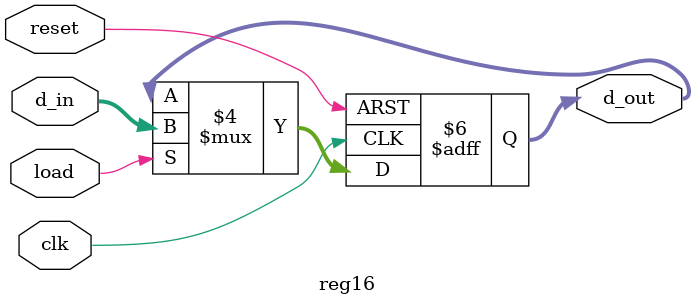
<source format=v>
`timescale 1ns / 1ps

/**
* 16 bit register
*/
module reg16(
    input[15:0] d_in,
    input load,
    input clk,
    input reset,
    output reg[15:0] d_out = 0
);
    always @(posedge clk, posedge reset) begin
        if(reset)
            d_out <= 16'd0; 
        else if(load)
            d_out <= d_in;
        else 
            d_out <= d_out;
    end
endmodule
</source>
